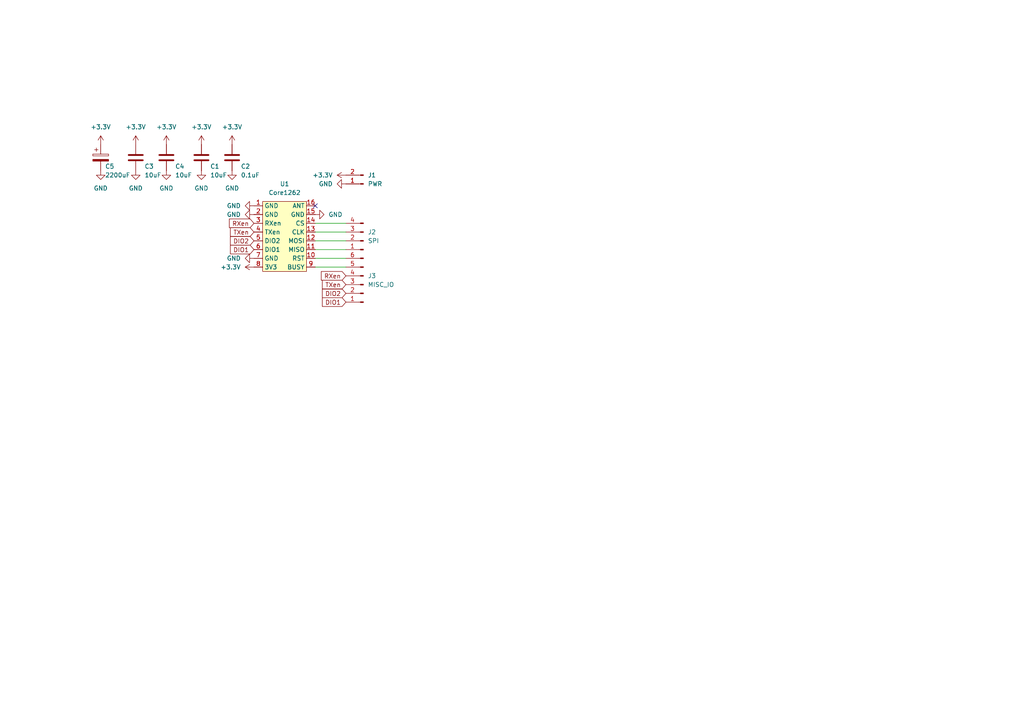
<source format=kicad_sch>
(kicad_sch (version 20230121) (generator eeschema)
  (paper "A4")
  (lib_symbols
    (symbol "Connector:Conn_01x02_Pin" (pin_names (offset 1.016) hide)
      (property "Reference" "J" (at 0 2.54 0))
      (property "Value" "Conn_01x02_Pin" (at 0 -5.08 0))
      (symbol "Conn_01x02_Pin_1_1"
        (polyline (pts (xy 1.27 -2.54) (xy 0.8636 -2.54)) (stroke (width 0.1524)))
        (polyline (pts (xy 1.27 0) (xy 0.8636 0)) (stroke (width 0.1524)))
        (rectangle (start 0.8636 -2.413) (end 0 -2.667) (stroke (width 0.1524)) (fill (type outline)))
        (rectangle (start 0.8636 0.127) (end 0 -0.127) (stroke (width 0.1524)) (fill (type outline)))
        (pin passive line (at 5.08 0 180) (length 3.81) (name "Pin_1") (number "1"))
        (pin passive line (at 5.08 -2.54 180) (length 3.81) (name "Pin_2") (number "2"))
      )
    )
    (symbol "Connector:Conn_01x04_Pin" (pin_names (offset 1.016) hide)
      (property "Reference" "J" (at 0 5.08 0))
      (property "Value" "Conn_01x04_Pin" (at 0 -7.62 0))
      (symbol "Conn_01x04_Pin_1_1"
        (polyline (pts (xy 1.27 -5.08) (xy 0.8636 -5.08)) (stroke (width 0.1524)))
        (polyline (pts (xy 1.27 -2.54) (xy 0.8636 -2.54)) (stroke (width 0.1524)))
        (polyline (pts (xy 1.27 0) (xy 0.8636 0)) (stroke (width 0.1524)))
        (polyline (pts (xy 1.27 2.54) (xy 0.8636 2.54)) (stroke (width 0.1524)))
        (rectangle (start 0.8636 -4.953) (end 0 -5.207) (stroke (width 0.1524)) (fill (type outline)))
        (rectangle (start 0.8636 -2.413) (end 0 -2.667) (stroke (width 0.1524)) (fill (type outline)))
        (rectangle (start 0.8636 0.127) (end 0 -0.127) (stroke (width 0.1524)) (fill (type outline)))
        (rectangle (start 0.8636 2.667) (end 0 2.413) (stroke (width 0.1524)) (fill (type outline)))
        (pin passive line (at 5.08 2.54 180) (length 3.81) (name "Pin_1") (number "1"))
        (pin passive line (at 5.08 0 180) (length 3.81) (name "Pin_2") (number "2"))
        (pin passive line (at 5.08 -2.54 180) (length 3.81) (name "Pin_3") (number "3"))
        (pin passive line (at 5.08 -5.08 180) (length 3.81) (name "Pin_4") (number "4"))
      )
    )
    (symbol "Connector:Conn_01x06_Pin" (pin_names (offset 1.016) hide)
      (property "Reference" "J" (at 0 7.62 0))
      (property "Value" "Conn_01x06_Pin" (at 0 -10.16 0))
      (symbol "Conn_01x06_Pin_1_1"
        (polyline (pts (xy 1.27 -7.62) (xy 0.8636 -7.62)) (stroke (width 0.1524)))
        (polyline (pts (xy 1.27 -5.08) (xy 0.8636 -5.08)) (stroke (width 0.1524)))
        (polyline (pts (xy 1.27 -2.54) (xy 0.8636 -2.54)) (stroke (width 0.1524)))
        (polyline (pts (xy 1.27 0) (xy 0.8636 0)) (stroke (width 0.1524)))
        (polyline (pts (xy 1.27 2.54) (xy 0.8636 2.54)) (stroke (width 0.1524)))
        (polyline (pts (xy 1.27 5.08) (xy 0.8636 5.08)) (stroke (width 0.1524)))
        (rectangle (start 0.8636 -7.493) (end 0 -7.747) (stroke (width 0.1524)) (fill (type outline)))
        (rectangle (start 0.8636 -4.953) (end 0 -5.207) (stroke (width 0.1524)) (fill (type outline)))
        (rectangle (start 0.8636 -2.413) (end 0 -2.667) (stroke (width 0.1524)) (fill (type outline)))
        (rectangle (start 0.8636 0.127) (end 0 -0.127) (stroke (width 0.1524)) (fill (type outline)))
        (rectangle (start 0.8636 2.667) (end 0 2.413) (stroke (width 0.1524)) (fill (type outline)))
        (rectangle (start 0.8636 5.207) (end 0 4.953) (stroke (width 0.1524)) (fill (type outline)))
        (pin passive line (at 5.08 5.08 180) (length 3.81) (name "Pin_1") (number "1"))
        (pin passive line (at 5.08 2.54 180) (length 3.81) (name "Pin_2") (number "2"))
        (pin passive line (at 5.08 0 180) (length 3.81) (name "Pin_3") (number "3"))
        (pin passive line (at 5.08 -2.54 180) (length 3.81) (name "Pin_4") (number "4"))
        (pin passive line (at 5.08 -5.08 180) (length 3.81) (name "Pin_5") (number "5"))
        (pin passive line (at 5.08 -7.62 180) (length 3.81) (name "Pin_6") (number "6"))
      )
    )
    (symbol "Core1262:Core1262"
      (property "Reference" "U" (at 8.89 -1.27 0))
      (property "Value" "Core1262" (at 0 0 0))
      (symbol "Core1262_1_1"
        (rectangle (start 2.54 -2.54) (end 15.24 -22.86) (fill (type background)))
        (pin input line (at 0 -3.81 0) (length 2.54) (name "GND") (number "1"))
        (pin input line (at 17.78 -19.05 180) (length 2.54) (name "RST") (number "10"))
        (pin output line (at 17.78 -16.51 180) (length 2.54) (name "MISO") (number "11"))
        (pin input line (at 17.78 -13.97 180) (length 2.54) (name "MOSI") (number "12"))
        (pin input line (at 17.78 -11.43 180) (length 2.54) (name "CLK") (number "13"))
        (pin input line (at 17.78 -8.89 180) (length 2.54) (name "CS") (number "14"))
        (pin input line (at 17.78 -6.35 180) (length 2.54) (name "GND") (number "15"))
        (pin unspecified line (at 17.78 -3.81 180) (length 2.54) (name "ANT") (number "16"))
        (pin input line (at 0 -6.35 0) (length 2.54) (name "GND") (number "2"))
        (pin input line (at 0 -8.89 0) (length 2.54) (name "RXen") (number "3"))
        (pin input line (at 0 -11.43 0) (length 2.54) (name "TXen") (number "4"))
        (pin bidirectional line (at 0 -13.97 0) (length 2.54) (name "DIO2") (number "5"))
        (pin bidirectional line (at 0 -16.51 0) (length 2.54) (name "DIO1") (number "6"))
        (pin input line (at 0 -19.05 0) (length 2.54) (name "GND") (number "7"))
        (pin input line (at 0 -21.59 0) (length 2.54) (name "3V3") (number "8"))
        (pin output line (at 17.78 -21.59 180) (length 2.54) (name "BUSY") (number "9"))
      )
    )
    (symbol "Device:C" (pin_numbers hide) (pin_names (offset 0.254))
      (property "Reference" "C" (at 0.635 2.54 0))
      (property "Value" "C" (at 0.635 -2.54 0))
      (symbol "C_0_1"
        (polyline (pts (xy -2.032 -0.762) (xy 2.032 -0.762)) (stroke (width 0.508)))
        (polyline (pts (xy -2.032 0.762) (xy 2.032 0.762)) (stroke (width 0.508)))
      )
      (symbol "C_1_1"
        (pin passive line (at 0 3.81 270) (length 2.794) (name "~") (number "1"))
        (pin passive line (at 0 -3.81 90) (length 2.794) (name "~") (number "2"))
      )
    )
    (symbol "Device:C_Polarized" (pin_numbers hide) (pin_names (offset 0.254))
      (property "Reference" "C" (at 0.635 2.54 0))
      (property "Value" "C_Polarized" (at 0.635 -2.54 0))
      (symbol "C_Polarized_0_1"
        (rectangle (start -2.286 0.508) (end 2.286 1.016))
        (polyline (pts (xy -1.778 2.286) (xy -0.762 2.286)))
        (polyline (pts (xy -1.27 2.794) (xy -1.27 1.778)))
        (rectangle (start 2.286 -0.508) (end -2.286 -1.016) (fill (type outline)))
      )
      (symbol "C_Polarized_1_1"
        (pin passive line (at 0 3.81 270) (length 2.794) (name "~") (number "1"))
        (pin passive line (at 0 -3.81 90) (length 2.794) (name "~") (number "2"))
      )
    )
    (symbol "power:+3.3V" (power) (pin_names (offset 0))
      (property "Value" "+3.3V" (at 0 3.556 0))
      (symbol "+3.3V_0_1"
        (polyline (pts (xy -0.762 1.27) (xy 0 2.54)))
        (polyline (pts (xy 0 0) (xy 0 2.54)))
        (polyline (pts (xy 0 2.54) (xy 0.762 1.27)))
      )
      (symbol "+3.3V_1_1"
        (pin power_in line (at 0 0 90) (length 0) hide (name "+3.3V") (number "1"))
      )
    )
    (symbol "power:GND" (power) (pin_names (offset 0))
      (property "Value" "GND" (at 0 -3.81 0))
      (symbol "GND_0_1"
        (polyline (pts (xy 0 0) (xy 0 -1.27) (xy 1.27 -1.27) (xy 0 -2.54) (xy -1.27 -1.27) (xy 0 -1.27)))
      )
      (symbol "GND_1_1"
        (pin power_in line (at 0 0 270) (length 0) hide (name "GND") (number "1"))
      )
    )
  )
  (no_connect (at 91.44 59.69))
  (wire (pts (xy 100.33 72.39) (xy 91.44 72.39)))
  (wire (pts (xy 100.33 69.85) (xy 91.44 69.85)))
  (wire (pts (xy 91.44 77.47) (xy 100.33 77.47)))
  (wire (pts (xy 91.44 74.93) (xy 100.33 74.93)))
  (wire (pts (xy 100.33 67.31) (xy 91.44 67.31)))
  (wire (pts (xy 100.33 64.77) (xy 91.44 64.77)))
  (global_label "RXen" (shape input) (at 73.66 64.77 180) (property "Intersheetrefs" "${INTERSHEET_REFS}" (effects hide)))
  (global_label "DIO1" (shape input) (at 100.33 87.63 180) (property "Intersheetrefs" "${INTERSHEET_REFS}" (effects hide)))
  (global_label "DIO2" (shape input) (at 100.33 85.09 180) (property "Intersheetrefs" "${INTERSHEET_REFS}" (effects hide)))
  (global_label "RXen" (shape input) (at 100.33 80.01 180) (property "Intersheetrefs" "${INTERSHEET_REFS}" (effects hide)))
  (global_label "DIO2" (shape input) (at 73.66 69.85 180) (property "Intersheetrefs" "${INTERSHEET_REFS}" (effects hide)))
  (global_label "TXen" (shape input) (at 100.33 82.55 180) (property "Intersheetrefs" "${INTERSHEET_REFS}" (effects hide)))
  (global_label "TXen" (shape input) (at 73.66 67.31 180) (property "Intersheetrefs" "${INTERSHEET_REFS}" (effects hide)))
  (global_label "DIO1" (shape input) (at 73.66 72.39 180) (property "Intersheetrefs" "${INTERSHEET_REFS}" (effects hide)))
  (symbol (lib_id "power:GND") (at 58.42 49.53 0) (unit 1)
    (property "Reference" "#PWR07" (effects hide))
    (property "Value" "GND" (at 58.42 54.61 0))
  )
  (symbol (lib_id "power:GND") (at 48.26 49.53 0) (unit 1)
    (property "Reference" "#PWR013" (effects hide))
    (property "Value" "GND" (at 48.26 54.61 0))
  )
  (symbol (lib_id "power:GND") (at 73.66 74.93 270) (unit 1)
    (property "Reference" "#PWR04" (effects hide))
    (property "Value" "GND" (at 69.85 74.93 90) (effects (justify right)))
  )
  (symbol (lib_id "Device:C") (at 39.37 45.72 0) (unit 1)
    (property "Reference" "C3" (at 41.91 48.26 0) (effects (justify left)))
    (property "Value" "10uF" (at 41.91 50.8 0) (effects (justify left)))
    (property "Footprint" "Capacitor_SMD:C_0805_2012Metric" (effects hide))
  )
  (symbol (lib_id "power:+3.3V") (at 39.37 41.91 0) (unit 1)
    (property "Reference" "#PWR010" (effects hide))
    (property "Value" "+3.3V" (at 39.37 36.83 0))
  )
  (symbol (lib_id "power:+3.3V") (at 67.31 41.91 0) (unit 1)
    (property "Reference" "#PWR08" (effects hide))
    (property "Value" "+3.3V" (at 67.31 36.83 0))
  )
  (symbol (lib_id "power:GND") (at 73.66 62.23 270) (unit 1)
    (property "Reference" "#PWR03" (effects hide))
    (property "Value" "GND" (at 69.85 62.23 90) (effects (justify right)))
  )
  (symbol (lib_id "power:+3.3V") (at 100.33 50.8 90) (unit 1)
    (property "Reference" "#PWR017" (effects hide))
    (property "Value" "+3.3V" (at 96.52 50.8 90) (effects (justify left)))
  )
  (symbol (lib_id "power:+3.3V") (at 58.42 41.91 0) (unit 1)
    (property "Reference" "#PWR06" (effects hide))
    (property "Value" "+3.3V" (at 58.42 36.83 0))
  )
  (symbol (lib_id "Connector:Conn_01x06_Pin") (at 105.41 82.55 180) (unit 1)
    (property "Reference" "J3" (at 106.68 80.01 0) (effects (justify right)))
    (property "Value" "MISC_IO" (at 106.68 82.55 0) (effects (justify right)))
    (property "Footprint" "Connector_JST:JST_PH_B6B-PH-K_1x06_P2.00mm_Vertical" (effects hide))
  )
  (symbol (lib_id "power:+3.3V") (at 48.26 41.91 0) (unit 1)
    (property "Reference" "#PWR012" (effects hide))
    (property "Value" "+3.3V" (at 48.26 36.83 0))
  )
  (symbol (lib_id "power:GND") (at 91.44 62.23 90) (unit 1)
    (property "Reference" "#PWR05" (effects hide))
    (property "Value" "GND" (at 95.25 62.23 90) (effects (justify right)))
  )
  (symbol (lib_id "Device:C_Polarized") (at 29.21 45.72 0) (unit 1)
    (property "Reference" "C5" (at 30.48 48.26 0) (effects (justify left)))
    (property "Value" "2200uF" (at 30.48 50.8 0) (effects (justify left)))
    (property "Footprint" "Capacitor_THT:CP_Radial_D10.0mm_P5.00mm" (effects hide))
  )
  (symbol (lib_id "Device:C") (at 67.31 45.72 0) (unit 1)
    (property "Reference" "C2" (at 69.85 48.26 0) (effects (justify left)))
    (property "Value" "0.1uF" (at 69.85 50.8 0) (effects (justify left)))
    (property "Footprint" "Capacitor_SMD:C_0805_2012Metric" (effects hide))
  )
  (symbol (lib_id "power:+3.3V") (at 73.66 77.47 90) (unit 1)
    (property "Reference" "#PWR01" (effects hide))
    (property "Value" "+3.3V" (at 69.85 77.47 90) (effects (justify left)))
  )
  (symbol (lib_id "power:GND") (at 73.66 59.69 270) (unit 1)
    (property "Reference" "#PWR02" (effects hide))
    (property "Value" "GND" (at 69.85 59.69 90) (effects (justify right)))
  )
  (symbol (lib_id "Core1262:Core1262") (at 73.66 55.88 0) (unit 1)
    (property "Reference" "U1" (at 82.55 53.34 0))
    (property "Value" "Core1262" (at 82.55 55.88 0))
    (property "Footprint" "footprints:Core1262" (effects hide))
  )
  (symbol (lib_id "Device:C") (at 58.42 45.72 0) (unit 1)
    (property "Reference" "C1" (at 60.96 48.26 0) (effects (justify left)))
    (property "Value" "10uF" (at 60.96 50.8 0) (effects (justify left)))
    (property "Footprint" "Capacitor_SMD:C_0805_2012Metric" (effects hide))
  )
  (symbol (lib_id "Connector:Conn_01x04_Pin") (at 105.41 69.85 180) (unit 1)
    (property "Reference" "J2" (at 106.68 67.31 0) (effects (justify right)))
    (property "Value" "SPI" (at 106.68 69.85 0) (effects (justify right)))
    (property "Footprint" "Connector_JST:JST_PH_B4B-PH-K_1x04_P2.00mm_Vertical" (effects hide))
  )
  (symbol (lib_id "power:GND") (at 67.31 49.53 0) (unit 1)
    (property "Reference" "#PWR09" (effects hide))
    (property "Value" "GND" (at 67.31 54.61 0))
  )
  (symbol (lib_id "Connector:Conn_01x02_Pin") (at 105.41 53.34 180) (unit 1)
    (property "Reference" "J1" (at 106.68 50.8 0) (effects (justify right)))
    (property "Value" "PWR" (at 106.68 53.34 0) (effects (justify right)))
    (property "Footprint" "Connector_JST:JST_PH_B2B-PH-K_1x02_P2.00mm_Vertical" (effects hide))
  )
  (symbol (lib_id "Device:C") (at 48.26 45.72 0) (unit 1)
    (property "Reference" "C4" (at 50.8 48.26 0) (effects (justify left)))
    (property "Value" "10uF" (at 50.8 50.8 0) (effects (justify left)))
    (property "Footprint" "Capacitor_SMD:C_0805_2012Metric" (effects hide))
  )
  (symbol (lib_id "power:GND") (at 29.21 49.53 0) (unit 1)
    (property "Reference" "#PWR014" (effects hide))
    (property "Value" "GND" (at 29.21 54.61 0))
  )
  (symbol (lib_id "power:GND") (at 100.33 53.34 270) (unit 1)
    (property "Reference" "#PWR016" (effects hide))
    (property "Value" "GND" (at 96.52 53.34 90) (effects (justify right)))
  )
  (symbol (lib_id "power:+3.3V") (at 29.21 41.91 0) (unit 1)
    (property "Reference" "#PWR015" (effects hide))
    (property "Value" "+3.3V" (at 29.21 36.83 0))
  )
  (symbol (lib_id "power:GND") (at 39.37 49.53 0) (unit 1)
    (property "Reference" "#PWR011" (effects hide))
    (property "Value" "GND" (at 39.37 54.61 0))
  )
)
</source>
